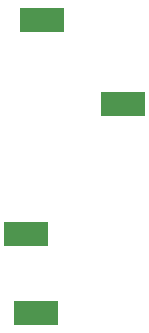
<source format=gbr>
%TF.GenerationSoftware,KiCad,Pcbnew,(5.1.6)-1*%
%TF.CreationDate,2020-12-22T10:56:42-08:00*%
%TF.ProjectId,Digimuser_Board,44696769-6d75-4736-9572-5f426f617264,rev?*%
%TF.SameCoordinates,Original*%
%TF.FileFunction,Paste,Bot*%
%TF.FilePolarity,Positive*%
%FSLAX46Y46*%
G04 Gerber Fmt 4.6, Leading zero omitted, Abs format (unit mm)*
G04 Created by KiCad (PCBNEW (5.1.6)-1) date 2020-12-22 10:56:42*
%MOMM*%
%LPD*%
G01*
G04 APERTURE LIST*
%ADD10R,3.800000X2.000000*%
G04 APERTURE END LIST*
D10*
%TO.C,TP1*%
X146812000Y-71628000D03*
%TD*%
%TO.C,TP2*%
X153606500Y-78740000D03*
%TD*%
%TO.C,TP3*%
X145415000Y-89725500D03*
%TD*%
%TO.C,TP4*%
X146304000Y-96469200D03*
%TD*%
M02*

</source>
